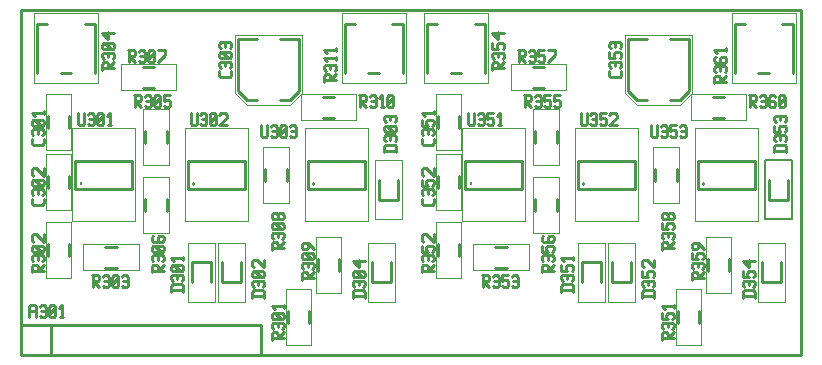
<source format=gbr>
G04 start of page 8 for group -4079 idx -4079 *
G04 Title: 26.007.01.01.01, topsilk *
G04 Creator: pcb 20100929 *
G04 CreationDate: Wed Mar 18 07:56:07 2015 UTC *
G04 For: bert *
G04 Format: Gerber/RS-274X *
G04 PCB-Dimensions: 260000 115000 *
G04 PCB-Coordinate-Origin: lower left *
%MOIN*%
%FSLAX25Y25*%
%LNFRONTSILK*%
%ADD11C,0.0100*%
%ADD32C,0.0000*%
%ADD33C,0.0050*%
G54D11*X0Y0D02*X260000D01*
Y115000D01*
X0D01*
Y0D01*
X230532Y78957D02*X234468D01*
X230532Y86043D02*X234468D01*
G54D32*X223226Y78207D02*X241774D01*
X223226Y86793D02*X241774D01*
Y78207D01*
X223226Y86793D02*Y78207D01*
G54D11*X202342Y105158D02*X208626D01*
X202342D02*Y87842D01*
X205342Y84842D01*
X208626D01*
X216374Y105158D02*X222658D01*
Y87842D01*
X219658Y84842D01*
X216374D02*X219658D01*
G54D32*X201342Y106658D02*X223658D01*
X205342Y83342D02*X219658D01*
X223658Y106658D02*Y87342D01*
X219658Y83342D01*
X201342Y106658D02*Y87342D01*
X205342Y83342D01*
G54D11*X237855Y110374D02*Y93839D01*
X257145Y110374D02*Y93839D01*
X237855Y110374D02*X241300D01*
X257145D02*X253700D01*
X249300Y93839D02*X245700D01*
G54D32*X236855Y113767D02*Y90733D01*
X258145Y113767D02*Y90733D01*
X236855Y113767D02*X258145D01*
Y90733D02*X236855D01*
G54D11*X186851Y30846D02*Y24154D01*
X193149Y30846D02*Y24154D01*
X186851Y30846D02*X193149D01*
G54D32*X185473Y37342D02*X194527D01*
X185473Y17658D02*X194527D01*
Y37342D02*Y17658D01*
X185473Y37342D02*Y17658D01*
G54D11*X203149Y30846D02*Y24154D01*
X196851Y30846D02*Y24154D01*
X203149D01*
G54D32*X195473Y17658D02*X204527D01*
X195473Y37342D02*X204527D01*
X195473D02*Y17658D01*
X204527Y37342D02*Y17658D01*
G54D11*X253149Y30846D02*Y24154D01*
X246851Y30846D02*Y24154D01*
X253149D01*
G54D32*X245473Y17658D02*X254527D01*
X245473Y37342D02*X254527D01*
X245473D02*Y17658D01*
X254527Y37342D02*Y17658D01*
G54D11*X255649Y58346D02*Y51654D01*
X249351Y58346D02*Y51654D01*
X255649D01*
G54D33*X247973Y45158D02*X257027D01*
X247973Y64842D02*X257027D01*
X247973D02*Y45158D01*
X257027Y64842D02*Y45158D01*
G54D11*X228957Y31968D02*Y28032D01*
X236043Y31968D02*Y28032D01*
G54D32*X228207Y39274D02*Y20726D01*
X236793Y39274D02*Y20726D01*
X228207D02*X236793D01*
X228207Y39274D02*X236793D01*
G54D11*X225500Y55276D02*X244500D01*
Y64724D02*Y55276D01*
X225500Y64724D02*X244500D01*
X225500D02*Y55276D01*
G54D32*X224500Y44500D02*X245500D01*
Y75500D02*Y44500D01*
X224500Y75500D02*X245500D01*
X224500D02*Y44500D01*
G54D11*X227500Y56900D02*G75*G03X227500Y56900I0J100D01*G01*
X218957Y14468D02*Y10532D01*
X226043Y14468D02*Y10532D01*
G54D32*X218207Y21774D02*Y3226D01*
X226793Y21774D02*Y3226D01*
X218207D02*X226793D01*
X218207Y21774D02*X226793D01*
G54D11*X211457Y61968D02*Y58032D01*
X218543Y61968D02*Y58032D01*
G54D32*X210707Y69274D02*Y50726D01*
X219293Y69274D02*Y50726D01*
X210707D02*X219293D01*
X210707Y69274D02*X219293D01*
G54D11*X185500Y55276D02*X204500D01*
Y64724D02*Y55276D01*
X185500Y64724D02*X204500D01*
X185500D02*Y55276D01*
G54D32*X184500Y44500D02*X205500D01*
Y75500D02*Y44500D01*
X184500Y75500D02*X205500D01*
X184500D02*Y44500D01*
G54D11*X187500Y56900D02*G75*G03X187500Y56900I0J100D01*G01*
X8957Y36968D02*Y33032D01*
X16043Y36968D02*Y33032D01*
G54D32*X8207Y44274D02*Y25726D01*
X16793Y44274D02*Y25726D01*
X8207D02*X16793D01*
X8207Y44274D02*X16793D01*
G54D11*X28032Y36043D02*X31968D01*
X28032Y28957D02*X31968D01*
G54D32*X20726Y36793D02*X39274D01*
X20726Y28207D02*X39274D01*
X20726D02*Y36793D01*
X39274Y28207D02*Y36793D01*
G54D11*X80000Y10000D02*Y0D01*
X0Y10000D02*X80000D01*
X0Y0D02*X80000D01*
X10000Y10000D02*Y0D01*
X0Y10000D02*Y0D01*
X88957Y14468D02*Y10532D01*
X96043Y14468D02*Y10532D01*
G54D32*X88207Y21774D02*Y3226D01*
X96793Y21774D02*Y3226D01*
X88207D02*X96793D01*
X88207Y21774D02*X96793D01*
G54D11*X8957Y79468D02*Y75532D01*
X16043Y79468D02*Y75532D01*
G54D32*X8207Y86774D02*Y68226D01*
X16793Y86774D02*Y68226D01*
X8207D02*X16793D01*
X8207Y86774D02*X16793D01*
G54D11*X18000Y55276D02*X37000D01*
Y64724D02*Y55276D01*
X18000Y64724D02*X37000D01*
X18000D02*Y55276D01*
G54D32*X17000Y44500D02*X38000D01*
Y75500D02*Y44500D01*
X17000Y75500D02*X38000D01*
X17000D02*Y44500D01*
G54D11*X20000Y56900D02*G75*G03X20000Y56900I0J100D01*G01*
X16043Y59468D02*Y55532D01*
X8957Y59468D02*Y55532D01*
G54D32*X16793Y66774D02*Y48226D01*
X8207Y66774D02*Y48226D01*
Y66774D02*X16793D01*
X8207Y48226D02*X16793D01*
G54D11*X5355Y110374D02*Y93839D01*
X24645Y110374D02*Y93839D01*
X5355Y110374D02*X8800D01*
X24645D02*X21200D01*
X16800Y93839D02*X13200D01*
G54D32*X4355Y113767D02*Y90733D01*
X25645Y113767D02*Y90733D01*
X4355Y113767D02*X25645D01*
Y90733D02*X4355D01*
G54D11*X55500Y55276D02*X74500D01*
Y64724D02*Y55276D01*
X55500Y64724D02*X74500D01*
X55500D02*Y55276D01*
G54D32*X54500Y44500D02*X75500D01*
Y75500D02*Y44500D01*
X54500Y75500D02*X75500D01*
X54500D02*Y44500D01*
G54D11*X57500Y56900D02*G75*G03X57500Y56900I0J100D01*G01*
X73149Y30846D02*Y24154D01*
X66851Y30846D02*Y24154D01*
X73149D01*
G54D32*X65473Y17658D02*X74527D01*
X65473Y37342D02*X74527D01*
X65473D02*Y17658D01*
X74527Y37342D02*Y17658D01*
G54D11*X56851Y30846D02*Y24154D01*
X63149Y30846D02*Y24154D01*
X56851Y30846D02*X63149D01*
G54D32*X55473Y37342D02*X64527D01*
X55473Y17658D02*X64527D01*
Y37342D02*Y17658D01*
X55473Y37342D02*Y17658D01*
G54D11*X41457Y74468D02*Y70532D01*
X48543Y74468D02*Y70532D01*
G54D32*X40707Y81774D02*Y63226D01*
X49293Y81774D02*Y63226D01*
X40707D02*X49293D01*
X40707Y81774D02*X49293D01*
G54D11*X41457Y51968D02*Y48032D01*
X48543Y51968D02*Y48032D01*
G54D32*X40707Y59274D02*Y40726D01*
X49293Y59274D02*Y40726D01*
X40707D02*X49293D01*
X40707Y59274D02*X49293D01*
G54D11*X138957Y79468D02*Y75532D01*
X146043Y79468D02*Y75532D01*
G54D32*X138207Y86774D02*Y68226D01*
X146793Y86774D02*Y68226D01*
X138207D02*X146793D01*
X138207Y86774D02*X146793D01*
G54D11*X138957Y36968D02*Y33032D01*
X146043Y36968D02*Y33032D01*
G54D32*X138207Y44274D02*Y25726D01*
X146793Y44274D02*Y25726D01*
X138207D02*X146793D01*
X138207Y44274D02*X146793D01*
G54D11*X123149Y30846D02*Y24154D01*
X116851Y30846D02*Y24154D01*
X123149D01*
G54D32*X115473Y17658D02*X124527D01*
X115473Y37342D02*X124527D01*
X115473D02*Y17658D01*
X124527Y37342D02*Y17658D01*
G54D11*X98957Y31968D02*Y28032D01*
X106043Y31968D02*Y28032D01*
G54D32*X98207Y39274D02*Y20726D01*
X106793Y39274D02*Y20726D01*
X98207D02*X106793D01*
X98207Y39274D02*X106793D01*
G54D11*X158032Y36043D02*X161968D01*
X158032Y28957D02*X161968D01*
G54D32*X150726Y36793D02*X169274D01*
X150726Y28207D02*X169274D01*
X150726D02*Y36793D01*
X169274Y28207D02*Y36793D01*
G54D11*X40532Y96043D02*X44468D01*
X40532Y88957D02*X44468D01*
G54D32*X33226Y96793D02*X51774D01*
X33226Y88207D02*X51774D01*
X33226D02*Y96793D01*
X51774Y88207D02*Y96793D01*
G54D11*X135355Y110374D02*Y93839D01*
X154645Y110374D02*Y93839D01*
X135355Y110374D02*X138800D01*
X154645D02*X151200D01*
X146800Y93839D02*X143200D01*
G54D32*X134355Y113767D02*Y90733D01*
X155645Y113767D02*Y90733D01*
X134355Y113767D02*X155645D01*
Y90733D02*X134355D01*
G54D11*X72342Y105158D02*X78626D01*
X72342D02*Y87842D01*
X75342Y84842D01*
X78626D01*
X86374Y105158D02*X92658D01*
Y87842D01*
X89658Y84842D01*
X86374D02*X89658D01*
G54D32*X71342Y106658D02*X93658D01*
X75342Y83342D02*X89658D01*
X93658Y106658D02*Y87342D01*
X89658Y83342D01*
X71342Y106658D02*Y87342D01*
X75342Y83342D01*
G54D11*X107855Y110374D02*Y93839D01*
X127145Y110374D02*Y93839D01*
X107855Y110374D02*X111300D01*
X127145D02*X123700D01*
X119300Y93839D02*X115700D01*
G54D32*X106855Y113767D02*Y90733D01*
X128145Y113767D02*Y90733D01*
X106855Y113767D02*X128145D01*
Y90733D02*X106855D01*
G54D11*X100532Y78957D02*X104468D01*
X100532Y86043D02*X104468D01*
G54D32*X93226Y78207D02*X111774D01*
X93226Y86793D02*X111774D01*
Y78207D01*
X93226Y86793D02*Y78207D01*
G54D11*X170532Y96043D02*X174468D01*
X170532Y88957D02*X174468D01*
G54D32*X163226Y96793D02*X181774D01*
X163226Y88207D02*X181774D01*
X163226D02*Y96793D01*
X181774Y88207D02*Y96793D01*
G54D11*X171457Y74468D02*Y70532D01*
X178543Y74468D02*Y70532D01*
G54D32*X170707Y81774D02*Y63226D01*
X179293Y81774D02*Y63226D01*
X170707D02*X179293D01*
X170707Y81774D02*X179293D01*
G54D11*X81457Y61968D02*Y58032D01*
X88543Y61968D02*Y58032D01*
G54D32*X80707Y69274D02*Y50726D01*
X89293Y69274D02*Y50726D01*
X80707D02*X89293D01*
X80707Y69274D02*X89293D01*
G54D11*X125649Y58346D02*Y51654D01*
X119351Y58346D02*Y51654D01*
X125649D01*
G54D32*X117973Y45158D02*X127027D01*
X117973Y64842D02*X127027D01*
X117973D02*Y45158D01*
X127027Y64842D02*Y45158D01*
G54D11*X146043Y59468D02*Y55532D01*
X138957Y59468D02*Y55532D01*
G54D32*X146793Y66774D02*Y48226D01*
X138207Y66774D02*Y48226D01*
Y66774D02*X146793D01*
X138207Y48226D02*X146793D01*
G54D11*X148000Y55276D02*X167000D01*
Y64724D02*Y55276D01*
X148000Y64724D02*X167000D01*
X148000D02*Y55276D01*
G54D32*X147000Y44500D02*X168000D01*
Y75500D02*Y44500D01*
X147000Y75500D02*X168000D01*
X147000D02*Y44500D01*
G54D11*X150000Y56900D02*G75*G03X150000Y56900I0J100D01*G01*
X171457Y51968D02*Y48032D01*
X178543Y51968D02*Y48032D01*
G54D32*X170707Y59274D02*Y40726D01*
X179293Y59274D02*Y40726D01*
X170707D02*X179293D01*
X170707Y59274D02*X179293D01*
G54D11*X95500Y55276D02*X114500D01*
Y64724D02*Y55276D01*
X95500Y64724D02*X114500D01*
X95500D02*Y55276D01*
G54D32*X94500Y44500D02*X115500D01*
Y75500D02*Y44500D01*
X94500Y75500D02*X115500D01*
X94500D02*Y44500D01*
G54D11*X97500Y56900D02*G75*G03X97500Y56900I0J100D01*G01*
X242500Y86500D02*X244500D01*
X245000Y86000D01*
Y85000D01*
X244500Y84500D02*X245000Y85000D01*
X243000Y84500D02*X244500D01*
X243000Y86500D02*Y82500D01*
Y84500D02*X245000Y82500D01*
X246201Y86000D02*X246701Y86500D01*
X247701D01*
X248201Y86000D01*
Y83000D01*
X247701Y82500D02*X248201Y83000D01*
X246701Y82500D02*X247701D01*
X246201Y83000D02*X246701Y82500D01*
Y84500D02*X248201D01*
X250902Y86500D02*X251402Y86000D01*
X249902Y86500D02*X250902D01*
X249402Y86000D02*X249902Y86500D01*
X249402Y86000D02*Y83000D01*
X249902Y82500D01*
X250902Y84500D02*X251402Y84000D01*
X249402Y84500D02*X250902D01*
X249902Y82500D02*X250902D01*
X251402Y83000D01*
Y84000D02*Y83000D01*
X252603D02*X253103Y82500D01*
X252603Y86000D02*Y83000D01*
Y86000D02*X253103Y86500D01*
X254103D01*
X254603Y86000D01*
Y83000D01*
X254103Y82500D02*X254603Y83000D01*
X253103Y82500D02*X254103D01*
X252603Y83500D02*X254603Y85500D01*
X231000Y92500D02*Y90500D01*
Y92500D02*X231500Y93000D01*
X232500D01*
X233000Y92500D02*X232500Y93000D01*
X233000Y92500D02*Y91000D01*
X231000D02*X235000D01*
X233000D02*X235000Y93000D01*
X231500Y94201D02*X231000Y94701D01*
Y95701D02*Y94701D01*
Y95701D02*X231500Y96201D01*
X234500D01*
X235000Y95701D02*X234500Y96201D01*
X235000Y95701D02*Y94701D01*
X234500Y94201D02*X235000Y94701D01*
X233000Y96201D02*Y94701D01*
X231000Y98902D02*X231500Y99402D01*
X231000Y98902D02*Y97902D01*
X231500Y97402D02*X231000Y97902D01*
X231500Y97402D02*X234500D01*
X235000Y97902D01*
X233000Y98902D02*X233500Y99402D01*
X233000Y98902D02*Y97402D01*
X235000Y98902D02*Y97902D01*
Y98902D02*X234500Y99402D01*
X233500D02*X234500D01*
X235000Y102103D02*Y101103D01*
X231000Y101603D02*X235000D01*
X232000Y100603D02*X231000Y101603D01*
X207000Y19500D02*X211000D01*
X207000Y21000D02*X207500Y21500D01*
X210500D01*
X211000Y21000D02*X210500Y21500D01*
X211000Y21000D02*Y19000D01*
X207000Y21000D02*Y19000D01*
X207500Y22701D02*X207000Y23201D01*
Y24201D02*Y23201D01*
Y24201D02*X207500Y24701D01*
X210500D01*
X211000Y24201D02*X210500Y24701D01*
X211000Y24201D02*Y23201D01*
X210500Y22701D02*X211000Y23201D01*
X209000Y24701D02*Y23201D01*
X207000Y27902D02*Y25902D01*
X209000D01*
X208500Y26402D01*
Y27402D02*Y26402D01*
Y27402D02*X209000Y27902D01*
X210500D01*
X211000Y27402D02*X210500Y27902D01*
X211000Y27402D02*Y26402D01*
X210500Y25902D02*X211000Y26402D01*
X207500Y29103D02*X207000Y29603D01*
Y31103D02*Y29603D01*
Y31103D02*X207500Y31603D01*
X208500D01*
X211000Y29103D02*X208500Y31603D01*
X211000D02*Y29103D01*
X240500Y19500D02*X244500D01*
X240500Y21000D02*X241000Y21500D01*
X244000D01*
X244500Y21000D02*X244000Y21500D01*
X244500Y21000D02*Y19000D01*
X240500Y21000D02*Y19000D01*
X241000Y22701D02*X240500Y23201D01*
Y24201D02*Y23201D01*
Y24201D02*X241000Y24701D01*
X244000D01*
X244500Y24201D02*X244000Y24701D01*
X244500Y24201D02*Y23201D01*
X244000Y22701D02*X244500Y23201D01*
X242500Y24701D02*Y23201D01*
X240500Y27902D02*Y25902D01*
X242500D01*
X242000Y26402D01*
Y27402D02*Y26402D01*
Y27402D02*X242500Y27902D01*
X244000D01*
X244500Y27402D02*X244000Y27902D01*
X244500Y27402D02*Y26402D01*
X244000Y25902D02*X244500Y26402D01*
X242500Y29103D02*X240500Y31103D01*
X242500Y31603D02*Y29103D01*
X240500Y31103D02*X244500D01*
X223500Y27000D02*Y25000D01*
Y27000D02*X224000Y27500D01*
X225000D01*
X225500Y27000D02*X225000Y27500D01*
X225500Y27000D02*Y25500D01*
X223500D02*X227500D01*
X225500D02*X227500Y27500D01*
X224000Y28701D02*X223500Y29201D01*
Y30201D02*Y29201D01*
Y30201D02*X224000Y30701D01*
X227000D01*
X227500Y30201D02*X227000Y30701D01*
X227500Y30201D02*Y29201D01*
X227000Y28701D02*X227500Y29201D01*
X225500Y30701D02*Y29201D01*
X223500Y33902D02*Y31902D01*
X225500D01*
X225000Y32402D01*
Y33402D02*Y32402D01*
Y33402D02*X225500Y33902D01*
X227000D01*
X227500Y33402D02*X227000Y33902D01*
X227500Y33402D02*Y32402D01*
X227000Y31902D02*X227500Y32402D01*
Y35103D02*X225500Y37103D01*
X224000D02*X225500D01*
X223500Y36603D02*X224000Y37103D01*
X223500Y36603D02*Y35603D01*
X224000Y35103D02*X223500Y35603D01*
X224000Y35103D02*X225000D01*
X225500Y35603D01*
Y37103D02*Y35603D01*
X213500Y7000D02*Y5000D01*
Y7000D02*X214000Y7500D01*
X215000D01*
X215500Y7000D02*X215000Y7500D01*
X215500Y7000D02*Y5500D01*
X213500D02*X217500D01*
X215500D02*X217500Y7500D01*
X214000Y8701D02*X213500Y9201D01*
Y10201D02*Y9201D01*
Y10201D02*X214000Y10701D01*
X217000D01*
X217500Y10201D02*X217000Y10701D01*
X217500Y10201D02*Y9201D01*
X217000Y8701D02*X217500Y9201D01*
X215500Y10701D02*Y9201D01*
X213500Y13902D02*Y11902D01*
X215500D01*
X215000Y12402D01*
Y13402D02*Y12402D01*
Y13402D02*X215500Y13902D01*
X217000D01*
X217500Y13402D02*X217000Y13902D01*
X217500Y13402D02*Y12402D01*
X217000Y11902D02*X217500Y12402D01*
Y16603D02*Y15603D01*
X213500Y16103D02*X217500D01*
X214500Y15103D02*X213500Y16103D01*
Y37000D02*Y35000D01*
Y37000D02*X214000Y37500D01*
X215000D01*
X215500Y37000D02*X215000Y37500D01*
X215500Y37000D02*Y35500D01*
X213500D02*X217500D01*
X215500D02*X217500Y37500D01*
X214000Y38701D02*X213500Y39201D01*
Y40201D02*Y39201D01*
Y40201D02*X214000Y40701D01*
X217000D01*
X217500Y40201D02*X217000Y40701D01*
X217500Y40201D02*Y39201D01*
X217000Y38701D02*X217500Y39201D01*
X215500Y40701D02*Y39201D01*
X213500Y43902D02*Y41902D01*
X215500D01*
X215000Y42402D01*
Y43402D02*Y42402D01*
Y43402D02*X215500Y43902D01*
X217000D01*
X217500Y43402D02*X217000Y43902D01*
X217500Y43402D02*Y42402D01*
X217000Y41902D02*X217500Y42402D01*
X217000Y45103D02*X217500Y45603D01*
X216000Y45103D02*X217000D01*
X216000D02*X215500Y45603D01*
Y46603D02*Y45603D01*
Y46603D02*X216000Y47103D01*
X217000D01*
X217500Y46603D02*X217000Y47103D01*
X217500Y46603D02*Y45603D01*
X215000Y45103D02*X215500Y45603D01*
X214000Y45103D02*X215000D01*
X214000D02*X213500Y45603D01*
Y46603D02*Y45603D01*
Y46603D02*X214000Y47103D01*
X215000D01*
X215500Y46603D02*X215000Y47103D01*
X251000Y68000D02*X255000D01*
X251000Y69500D02*X251500Y70000D01*
X254500D01*
X255000Y69500D02*X254500Y70000D01*
X255000Y69500D02*Y67500D01*
X251000Y69500D02*Y67500D01*
X251500Y71201D02*X251000Y71701D01*
Y72701D02*Y71701D01*
Y72701D02*X251500Y73201D01*
X254500D01*
X255000Y72701D02*X254500Y73201D01*
X255000Y72701D02*Y71701D01*
X254500Y71201D02*X255000Y71701D01*
X253000Y73201D02*Y71701D01*
X251000Y76402D02*Y74402D01*
X253000D01*
X252500Y74902D01*
Y75902D02*Y74902D01*
Y75902D02*X253000Y76402D01*
X254500D01*
X255000Y75902D02*X254500Y76402D01*
X255000Y75902D02*Y74902D01*
X254500Y74402D02*X255000Y74902D01*
X251500Y77603D02*X251000Y78103D01*
Y79103D02*Y78103D01*
Y79103D02*X251500Y79603D01*
X254500D01*
X255000Y79103D02*X254500Y79603D01*
X255000Y79103D02*Y78103D01*
X254500Y77603D02*X255000Y78103D01*
X253000Y79603D02*Y78103D01*
X210000Y76500D02*Y73000D01*
X210500Y72500D01*
X211500D01*
X212000Y73000D01*
Y76500D02*Y73000D01*
X213201Y76000D02*X213701Y76500D01*
X214701D01*
X215201Y76000D01*
Y73000D01*
X214701Y72500D02*X215201Y73000D01*
X213701Y72500D02*X214701D01*
X213201Y73000D02*X213701Y72500D01*
Y74500D02*X215201D01*
X216402Y76500D02*X218402D01*
X216402D02*Y74500D01*
X216902Y75000D01*
X217902D01*
X218402Y74500D01*
Y73000D01*
X217902Y72500D02*X218402Y73000D01*
X216902Y72500D02*X217902D01*
X216402Y73000D02*X216902Y72500D01*
X219603Y76000D02*X220103Y76500D01*
X221103D01*
X221603Y76000D01*
Y73000D01*
X221103Y72500D02*X221603Y73000D01*
X220103Y72500D02*X221103D01*
X219603Y73000D02*X220103Y72500D01*
Y74500D02*X221603D01*
X3500Y29500D02*Y27500D01*
Y29500D02*X4000Y30000D01*
X5000D01*
X5500Y29500D02*X5000Y30000D01*
X5500Y29500D02*Y28000D01*
X3500D02*X7500D01*
X5500D02*X7500Y30000D01*
X4000Y31201D02*X3500Y31701D01*
Y32701D02*Y31701D01*
Y32701D02*X4000Y33201D01*
X7000D01*
X7500Y32701D02*X7000Y33201D01*
X7500Y32701D02*Y31701D01*
X7000Y31201D02*X7500Y31701D01*
X5500Y33201D02*Y31701D01*
X7000Y34402D02*X7500Y34902D01*
X4000Y34402D02*X7000D01*
X4000D02*X3500Y34902D01*
Y35902D02*Y34902D01*
Y35902D02*X4000Y36402D01*
X7000D01*
X7500Y35902D02*X7000Y36402D01*
X7500Y35902D02*Y34902D01*
X6500Y34402D02*X4500Y36402D01*
X4000Y37603D02*X3500Y38103D01*
Y39603D02*Y38103D01*
Y39603D02*X4000Y40103D01*
X5000D01*
X7500Y37603D02*X5000Y40103D01*
X7500D02*Y37603D01*
X2500Y16000D02*Y12500D01*
Y16000D02*X3000Y16500D01*
X4500D01*
X5000Y16000D01*
Y12500D01*
X2500Y14500D02*X5000D01*
X6201Y16000D02*X6701Y16500D01*
X7701D01*
X8201Y16000D01*
Y13000D01*
X7701Y12500D02*X8201Y13000D01*
X6701Y12500D02*X7701D01*
X6201Y13000D02*X6701Y12500D01*
Y14500D02*X8201D01*
X9402Y13000D02*X9902Y12500D01*
X9402Y16000D02*Y13000D01*
Y16000D02*X9902Y16500D01*
X10902D01*
X11402Y16000D01*
Y13000D01*
X10902Y12500D02*X11402Y13000D01*
X9902Y12500D02*X10902D01*
X9402Y13500D02*X11402Y15500D01*
X13103Y12500D02*X14103D01*
X13603Y16500D02*Y12500D01*
X12603Y15500D02*X13603Y16500D01*
X7500Y52000D02*Y50500D01*
X7000Y50000D02*X7500Y50500D01*
X4000Y50000D02*X7000D01*
X4000D02*X3500Y50500D01*
Y52000D02*Y50500D01*
X4000Y53201D02*X3500Y53701D01*
Y54701D02*Y53701D01*
Y54701D02*X4000Y55201D01*
X7000D01*
X7500Y54701D02*X7000Y55201D01*
X7500Y54701D02*Y53701D01*
X7000Y53201D02*X7500Y53701D01*
X5500Y55201D02*Y53701D01*
X7000Y56402D02*X7500Y56902D01*
X4000Y56402D02*X7000D01*
X4000D02*X3500Y56902D01*
Y57902D02*Y56902D01*
Y57902D02*X4000Y58402D01*
X7000D01*
X7500Y57902D02*X7000Y58402D01*
X7500Y57902D02*Y56902D01*
X6500Y56402D02*X4500Y58402D01*
X4000Y59603D02*X3500Y60103D01*
Y61603D02*Y60103D01*
Y61603D02*X4000Y62103D01*
X5000D01*
X7500Y59603D02*X5000Y62103D01*
X7500D02*Y59603D01*
X23500Y26500D02*X25500D01*
X26000Y26000D01*
Y25000D01*
X25500Y24500D02*X26000Y25000D01*
X24000Y24500D02*X25500D01*
X24000Y26500D02*Y22500D01*
Y24500D02*X26000Y22500D01*
X27201Y26000D02*X27701Y26500D01*
X28701D01*
X29201Y26000D01*
Y23000D01*
X28701Y22500D02*X29201Y23000D01*
X27701Y22500D02*X28701D01*
X27201Y23000D02*X27701Y22500D01*
Y24500D02*X29201D01*
X30402Y23000D02*X30902Y22500D01*
X30402Y26000D02*Y23000D01*
Y26000D02*X30902Y26500D01*
X31902D01*
X32402Y26000D01*
Y23000D01*
X31902Y22500D02*X32402Y23000D01*
X30902Y22500D02*X31902D01*
X30402Y23500D02*X32402Y25500D01*
X33603Y26000D02*X34103Y26500D01*
X35103D01*
X35603Y26000D01*
Y23000D01*
X35103Y22500D02*X35603Y23000D01*
X34103Y22500D02*X35103D01*
X33603Y23000D02*X34103Y22500D01*
Y24500D02*X35603D01*
X43500Y29500D02*Y27500D01*
Y29500D02*X44000Y30000D01*
X45000D01*
X45500Y29500D02*X45000Y30000D01*
X45500Y29500D02*Y28000D01*
X43500D02*X47500D01*
X45500D02*X47500Y30000D01*
X44000Y31201D02*X43500Y31701D01*
Y32701D02*Y31701D01*
Y32701D02*X44000Y33201D01*
X47000D01*
X47500Y32701D02*X47000Y33201D01*
X47500Y32701D02*Y31701D01*
X47000Y31201D02*X47500Y31701D01*
X45500Y33201D02*Y31701D01*
X47000Y34402D02*X47500Y34902D01*
X44000Y34402D02*X47000D01*
X44000D02*X43500Y34902D01*
Y35902D02*Y34902D01*
Y35902D02*X44000Y36402D01*
X47000D01*
X47500Y35902D02*X47000Y36402D01*
X47500Y35902D02*Y34902D01*
X46500Y34402D02*X44500Y36402D01*
X43500Y39103D02*X44000Y39603D01*
X43500Y39103D02*Y38103D01*
X44000Y37603D02*X43500Y38103D01*
X44000Y37603D02*X47000D01*
X47500Y38103D01*
X45500Y39103D02*X46000Y39603D01*
X45500Y39103D02*Y37603D01*
X47500Y39103D02*Y38103D01*
Y39103D02*X47000Y39603D01*
X46000D02*X47000D01*
X49995Y21516D02*X53995D01*
X49995Y23016D02*X50495Y23516D01*
X53495D01*
X53995Y23016D02*X53495Y23516D01*
X53995Y23016D02*Y21016D01*
X49995Y23016D02*Y21016D01*
X50495Y24717D02*X49995Y25217D01*
Y26217D02*Y25217D01*
Y26217D02*X50495Y26717D01*
X53495D01*
X53995Y26217D02*X53495Y26717D01*
X53995Y26217D02*Y25217D01*
X53495Y24717D02*X53995Y25217D01*
X51995Y26717D02*Y25217D01*
X53495Y27918D02*X53995Y28418D01*
X50495Y27918D02*X53495D01*
X50495D02*X49995Y28418D01*
Y29418D02*Y28418D01*
Y29418D02*X50495Y29918D01*
X53495D01*
X53995Y29418D02*X53495Y29918D01*
X53995Y29418D02*Y28418D01*
X52995Y27918D02*X50995Y29918D01*
X53995Y32619D02*Y31619D01*
X49995Y32119D02*X53995D01*
X50995Y31119D02*X49995Y32119D01*
X93500Y27000D02*Y25000D01*
Y27000D02*X94000Y27500D01*
X95000D01*
X95500Y27000D02*X95000Y27500D01*
X95500Y27000D02*Y25500D01*
X93500D02*X97500D01*
X95500D02*X97500Y27500D01*
X94000Y28701D02*X93500Y29201D01*
Y30201D02*Y29201D01*
Y30201D02*X94000Y30701D01*
X97000D01*
X97500Y30201D02*X97000Y30701D01*
X97500Y30201D02*Y29201D01*
X97000Y28701D02*X97500Y29201D01*
X95500Y30701D02*Y29201D01*
X97000Y31902D02*X97500Y32402D01*
X94000Y31902D02*X97000D01*
X94000D02*X93500Y32402D01*
Y33402D02*Y32402D01*
Y33402D02*X94000Y33902D01*
X97000D01*
X97500Y33402D02*X97000Y33902D01*
X97500Y33402D02*Y32402D01*
X96500Y31902D02*X94500Y33902D01*
X97500Y35103D02*X95500Y37103D01*
X94000D02*X95500D01*
X93500Y36603D02*X94000Y37103D01*
X93500Y36603D02*Y35603D01*
X94000Y35103D02*X93500Y35603D01*
X94000Y35103D02*X95000D01*
X95500Y35603D01*
Y37103D02*Y35603D01*
X83500Y37000D02*Y35000D01*
Y37000D02*X84000Y37500D01*
X85000D01*
X85500Y37000D02*X85000Y37500D01*
X85500Y37000D02*Y35500D01*
X83500D02*X87500D01*
X85500D02*X87500Y37500D01*
X84000Y38701D02*X83500Y39201D01*
Y40201D02*Y39201D01*
Y40201D02*X84000Y40701D01*
X87000D01*
X87500Y40201D02*X87000Y40701D01*
X87500Y40201D02*Y39201D01*
X87000Y38701D02*X87500Y39201D01*
X85500Y40701D02*Y39201D01*
X87000Y41902D02*X87500Y42402D01*
X84000Y41902D02*X87000D01*
X84000D02*X83500Y42402D01*
Y43402D02*Y42402D01*
Y43402D02*X84000Y43902D01*
X87000D01*
X87500Y43402D02*X87000Y43902D01*
X87500Y43402D02*Y42402D01*
X86500Y41902D02*X84500Y43902D01*
X87000Y45103D02*X87500Y45603D01*
X86000Y45103D02*X87000D01*
X86000D02*X85500Y45603D01*
Y46603D02*Y45603D01*
Y46603D02*X86000Y47103D01*
X87000D01*
X87500Y46603D02*X87000Y47103D01*
X87500Y46603D02*Y45603D01*
X85000Y45103D02*X85500Y45603D01*
X84000Y45103D02*X85000D01*
X84000D02*X83500Y45603D01*
Y46603D02*Y45603D01*
Y46603D02*X84000Y47103D01*
X85000D01*
X85500Y46603D02*X85000Y47103D01*
X83500Y7000D02*Y5000D01*
Y7000D02*X84000Y7500D01*
X85000D01*
X85500Y7000D02*X85000Y7500D01*
X85500Y7000D02*Y5500D01*
X83500D02*X87500D01*
X85500D02*X87500Y7500D01*
X84000Y8701D02*X83500Y9201D01*
Y10201D02*Y9201D01*
Y10201D02*X84000Y10701D01*
X87000D01*
X87500Y10201D02*X87000Y10701D01*
X87500Y10201D02*Y9201D01*
X87000Y8701D02*X87500Y9201D01*
X85500Y10701D02*Y9201D01*
X87000Y11902D02*X87500Y12402D01*
X84000Y11902D02*X87000D01*
X84000D02*X83500Y12402D01*
Y13402D02*Y12402D01*
Y13402D02*X84000Y13902D01*
X87000D01*
X87500Y13402D02*X87000Y13902D01*
X87500Y13402D02*Y12402D01*
X86500Y11902D02*X84500Y13902D01*
X87500Y16603D02*Y15603D01*
X83500Y16103D02*X87500D01*
X84500Y15103D02*X83500Y16103D01*
X77000Y19500D02*X81000D01*
X77000Y21000D02*X77500Y21500D01*
X80500D01*
X81000Y21000D02*X80500Y21500D01*
X81000Y21000D02*Y19000D01*
X77000Y21000D02*Y19000D01*
X77500Y22701D02*X77000Y23201D01*
Y24201D02*Y23201D01*
Y24201D02*X77500Y24701D01*
X80500D01*
X81000Y24201D02*X80500Y24701D01*
X81000Y24201D02*Y23201D01*
X80500Y22701D02*X81000Y23201D01*
X79000Y24701D02*Y23201D01*
X80500Y25902D02*X81000Y26402D01*
X77500Y25902D02*X80500D01*
X77500D02*X77000Y26402D01*
Y27402D02*Y26402D01*
Y27402D02*X77500Y27902D01*
X80500D01*
X81000Y27402D02*X80500Y27902D01*
X81000Y27402D02*Y26402D01*
X80000Y25902D02*X78000Y27902D01*
X77500Y29103D02*X77000Y29603D01*
Y31103D02*Y29603D01*
Y31103D02*X77500Y31603D01*
X78500D01*
X81000Y29103D02*X78500Y31603D01*
X81000D02*Y29103D01*
X153500Y26500D02*X155500D01*
X156000Y26000D01*
Y25000D01*
X155500Y24500D02*X156000Y25000D01*
X154000Y24500D02*X155500D01*
X154000Y26500D02*Y22500D01*
Y24500D02*X156000Y22500D01*
X157201Y26000D02*X157701Y26500D01*
X158701D01*
X159201Y26000D01*
Y23000D01*
X158701Y22500D02*X159201Y23000D01*
X157701Y22500D02*X158701D01*
X157201Y23000D02*X157701Y22500D01*
Y24500D02*X159201D01*
X160402Y26500D02*X162402D01*
X160402D02*Y24500D01*
X160902Y25000D01*
X161902D01*
X162402Y24500D01*
Y23000D01*
X161902Y22500D02*X162402Y23000D01*
X160902Y22500D02*X161902D01*
X160402Y23000D02*X160902Y22500D01*
X163603Y26000D02*X164103Y26500D01*
X165103D01*
X165603Y26000D01*
Y23000D01*
X165103Y22500D02*X165603Y23000D01*
X164103Y22500D02*X165103D01*
X163603Y23000D02*X164103Y22500D01*
Y24500D02*X165603D01*
X200000Y94500D02*Y93000D01*
X199500Y92500D02*X200000Y93000D01*
X196500Y92500D02*X199500D01*
X196500D02*X196000Y93000D01*
Y94500D02*Y93000D01*
X196500Y95701D02*X196000Y96201D01*
Y97201D02*Y96201D01*
Y97201D02*X196500Y97701D01*
X199500D01*
X200000Y97201D02*X199500Y97701D01*
X200000Y97201D02*Y96201D01*
X199500Y95701D02*X200000Y96201D01*
X198000Y97701D02*Y96201D01*
X196000Y100902D02*Y98902D01*
X198000D01*
X197500Y99402D01*
Y100402D02*Y99402D01*
Y100402D02*X198000Y100902D01*
X199500D01*
X200000Y100402D02*X199500Y100902D01*
X200000Y100402D02*Y99402D01*
X199500Y98902D02*X200000Y99402D01*
X196500Y102103D02*X196000Y102603D01*
Y103603D02*Y102603D01*
Y103603D02*X196500Y104103D01*
X199500D01*
X200000Y103603D02*X199500Y104103D01*
X200000Y103603D02*Y102603D01*
X199500Y102103D02*X200000Y102603D01*
X198000Y104103D02*Y102603D01*
X157000Y97000D02*Y95000D01*
Y97000D02*X157500Y97500D01*
X158500D01*
X159000Y97000D02*X158500Y97500D01*
X159000Y97000D02*Y95500D01*
X157000D02*X161000D01*
X159000D02*X161000Y97500D01*
X157500Y98701D02*X157000Y99201D01*
Y100201D02*Y99201D01*
Y100201D02*X157500Y100701D01*
X160500D01*
X161000Y100201D02*X160500Y100701D01*
X161000Y100201D02*Y99201D01*
X160500Y98701D02*X161000Y99201D01*
X159000Y100701D02*Y99201D01*
X157000Y103902D02*Y101902D01*
X159000D01*
X158500Y102402D01*
Y103402D02*Y102402D01*
Y103402D02*X159000Y103902D01*
X160500D01*
X161000Y103402D02*X160500Y103902D01*
X161000Y103402D02*Y102402D01*
X160500Y101902D02*X161000Y102402D01*
X159000Y105103D02*X157000Y107103D01*
X159000Y107603D02*Y105103D01*
X157000Y107103D02*X161000D01*
X149000Y80500D02*Y77000D01*
X149500Y76500D01*
X150500D01*
X151000Y77000D01*
Y80500D02*Y77000D01*
X152201Y80000D02*X152701Y80500D01*
X153701D01*
X154201Y80000D01*
Y77000D01*
X153701Y76500D02*X154201Y77000D01*
X152701Y76500D02*X153701D01*
X152201Y77000D02*X152701Y76500D01*
Y78500D02*X154201D01*
X155402Y80500D02*X157402D01*
X155402D02*Y78500D01*
X155902Y79000D01*
X156902D01*
X157402Y78500D01*
Y77000D01*
X156902Y76500D02*X157402Y77000D01*
X155902Y76500D02*X156902D01*
X155402Y77000D02*X155902Y76500D01*
X159103D02*X160103D01*
X159603Y80500D02*Y76500D01*
X158603Y79500D02*X159603Y80500D01*
X165500Y101500D02*X167500D01*
X168000Y101000D01*
Y100000D01*
X167500Y99500D02*X168000Y100000D01*
X166000Y99500D02*X167500D01*
X166000Y101500D02*Y97500D01*
Y99500D02*X168000Y97500D01*
X169201Y101000D02*X169701Y101500D01*
X170701D01*
X171201Y101000D01*
Y98000D01*
X170701Y97500D02*X171201Y98000D01*
X169701Y97500D02*X170701D01*
X169201Y98000D02*X169701Y97500D01*
Y99500D02*X171201D01*
X172402Y101500D02*X174402D01*
X172402D02*Y99500D01*
X172902Y100000D01*
X173902D01*
X174402Y99500D01*
Y98000D01*
X173902Y97500D02*X174402Y98000D01*
X172902Y97500D02*X173902D01*
X172402Y98000D02*X172902Y97500D01*
X175603D02*X178103Y100000D01*
Y101500D02*Y100000D01*
X175603Y101500D02*X178103D01*
X167500Y86500D02*X169500D01*
X170000Y86000D01*
Y85000D01*
X169500Y84500D02*X170000Y85000D01*
X168000Y84500D02*X169500D01*
X168000Y86500D02*Y82500D01*
Y84500D02*X170000Y82500D01*
X171201Y86000D02*X171701Y86500D01*
X172701D01*
X173201Y86000D01*
Y83000D01*
X172701Y82500D02*X173201Y83000D01*
X171701Y82500D02*X172701D01*
X171201Y83000D02*X171701Y82500D01*
Y84500D02*X173201D01*
X174402Y86500D02*X176402D01*
X174402D02*Y84500D01*
X174902Y85000D01*
X175902D01*
X176402Y84500D01*
Y83000D01*
X175902Y82500D02*X176402Y83000D01*
X174902Y82500D02*X175902D01*
X174402Y83000D02*X174902Y82500D01*
X177603Y86500D02*X179603D01*
X177603D02*Y84500D01*
X178103Y85000D01*
X179103D01*
X179603Y84500D01*
Y83000D01*
X179103Y82500D02*X179603Y83000D01*
X178103Y82500D02*X179103D01*
X177603Y83000D02*X178103Y82500D01*
X186500Y80500D02*Y77000D01*
X187000Y76500D01*
X188000D01*
X188500Y77000D01*
Y80500D02*Y77000D01*
X189701Y80000D02*X190201Y80500D01*
X191201D01*
X191701Y80000D01*
Y77000D01*
X191201Y76500D02*X191701Y77000D01*
X190201Y76500D02*X191201D01*
X189701Y77000D02*X190201Y76500D01*
Y78500D02*X191701D01*
X192902Y80500D02*X194902D01*
X192902D02*Y78500D01*
X193402Y79000D01*
X194402D01*
X194902Y78500D01*
Y77000D01*
X194402Y76500D02*X194902Y77000D01*
X193402Y76500D02*X194402D01*
X192902Y77000D02*X193402Y76500D01*
X196103Y80000D02*X196603Y80500D01*
X198103D01*
X198603Y80000D01*
Y79000D01*
X196103Y76500D02*X198603Y79000D01*
X196103Y76500D02*X198603D01*
X37500Y86500D02*X39500D01*
X40000Y86000D01*
Y85000D01*
X39500Y84500D02*X40000Y85000D01*
X38000Y84500D02*X39500D01*
X38000Y86500D02*Y82500D01*
Y84500D02*X40000Y82500D01*
X41201Y86000D02*X41701Y86500D01*
X42701D01*
X43201Y86000D01*
Y83000D01*
X42701Y82500D02*X43201Y83000D01*
X41701Y82500D02*X42701D01*
X41201Y83000D02*X41701Y82500D01*
Y84500D02*X43201D01*
X44402Y83000D02*X44902Y82500D01*
X44402Y86000D02*Y83000D01*
Y86000D02*X44902Y86500D01*
X45902D01*
X46402Y86000D01*
Y83000D01*
X45902Y82500D02*X46402Y83000D01*
X44902Y82500D02*X45902D01*
X44402Y83500D02*X46402Y85500D01*
X47603Y86500D02*X49603D01*
X47603D02*Y84500D01*
X48103Y85000D01*
X49103D01*
X49603Y84500D01*
Y83000D01*
X49103Y82500D02*X49603Y83000D01*
X48103Y82500D02*X49103D01*
X47603Y83000D02*X48103Y82500D01*
X35500Y101500D02*X37500D01*
X38000Y101000D01*
Y100000D01*
X37500Y99500D02*X38000Y100000D01*
X36000Y99500D02*X37500D01*
X36000Y101500D02*Y97500D01*
Y99500D02*X38000Y97500D01*
X39201Y101000D02*X39701Y101500D01*
X40701D01*
X41201Y101000D01*
Y98000D01*
X40701Y97500D02*X41201Y98000D01*
X39701Y97500D02*X40701D01*
X39201Y98000D02*X39701Y97500D01*
Y99500D02*X41201D01*
X42402Y98000D02*X42902Y97500D01*
X42402Y101000D02*Y98000D01*
Y101000D02*X42902Y101500D01*
X43902D01*
X44402Y101000D01*
Y98000D01*
X43902Y97500D02*X44402Y98000D01*
X42902Y97500D02*X43902D01*
X42402Y98500D02*X44402Y100500D01*
X45603Y97500D02*X48103Y100000D01*
Y101500D02*Y100000D01*
X45603Y101500D02*X48103D01*
X19000Y80500D02*Y77000D01*
X19500Y76500D01*
X20500D01*
X21000Y77000D01*
Y80500D02*Y77000D01*
X22201Y80000D02*X22701Y80500D01*
X23701D01*
X24201Y80000D01*
Y77000D01*
X23701Y76500D02*X24201Y77000D01*
X22701Y76500D02*X23701D01*
X22201Y77000D02*X22701Y76500D01*
Y78500D02*X24201D01*
X25402Y77000D02*X25902Y76500D01*
X25402Y80000D02*Y77000D01*
Y80000D02*X25902Y80500D01*
X26902D01*
X27402Y80000D01*
Y77000D01*
X26902Y76500D02*X27402Y77000D01*
X25902Y76500D02*X26902D01*
X25402Y77500D02*X27402Y79500D01*
X29103Y76500D02*X30103D01*
X29603Y80500D02*Y76500D01*
X28603Y79500D02*X29603Y80500D01*
X70000Y94500D02*Y93000D01*
X69500Y92500D02*X70000Y93000D01*
X66500Y92500D02*X69500D01*
X66500D02*X66000Y93000D01*
Y94500D02*Y93000D01*
X66500Y95701D02*X66000Y96201D01*
Y97201D02*Y96201D01*
Y97201D02*X66500Y97701D01*
X69500D01*
X70000Y97201D02*X69500Y97701D01*
X70000Y97201D02*Y96201D01*
X69500Y95701D02*X70000Y96201D01*
X68000Y97701D02*Y96201D01*
X69500Y98902D02*X70000Y99402D01*
X66500Y98902D02*X69500D01*
X66500D02*X66000Y99402D01*
Y100402D02*Y99402D01*
Y100402D02*X66500Y100902D01*
X69500D01*
X70000Y100402D02*X69500Y100902D01*
X70000Y100402D02*Y99402D01*
X69000Y98902D02*X67000Y100902D01*
X66500Y102103D02*X66000Y102603D01*
Y103603D02*Y102603D01*
Y103603D02*X66500Y104103D01*
X69500D01*
X70000Y103603D02*X69500Y104103D01*
X70000Y103603D02*Y102603D01*
X69500Y102103D02*X70000Y102603D01*
X68000Y104103D02*Y102603D01*
X7500Y72000D02*Y70500D01*
X7000Y70000D02*X7500Y70500D01*
X4000Y70000D02*X7000D01*
X4000D02*X3500Y70500D01*
Y72000D02*Y70500D01*
X4000Y73201D02*X3500Y73701D01*
Y74701D02*Y73701D01*
Y74701D02*X4000Y75201D01*
X7000D01*
X7500Y74701D02*X7000Y75201D01*
X7500Y74701D02*Y73701D01*
X7000Y73201D02*X7500Y73701D01*
X5500Y75201D02*Y73701D01*
X7000Y76402D02*X7500Y76902D01*
X4000Y76402D02*X7000D01*
X4000D02*X3500Y76902D01*
Y77902D02*Y76902D01*
Y77902D02*X4000Y78402D01*
X7000D01*
X7500Y77902D02*X7000Y78402D01*
X7500Y77902D02*Y76902D01*
X6500Y76402D02*X4500Y78402D01*
X7500Y81103D02*Y80103D01*
X3500Y80603D02*X7500D01*
X4500Y79603D02*X3500Y80603D01*
X27000Y97000D02*Y95000D01*
Y97000D02*X27500Y97500D01*
X28500D01*
X29000Y97000D02*X28500Y97500D01*
X29000Y97000D02*Y95500D01*
X27000D02*X31000D01*
X29000D02*X31000Y97500D01*
X27500Y98701D02*X27000Y99201D01*
Y100201D02*Y99201D01*
Y100201D02*X27500Y100701D01*
X30500D01*
X31000Y100201D02*X30500Y100701D01*
X31000Y100201D02*Y99201D01*
X30500Y98701D02*X31000Y99201D01*
X29000Y100701D02*Y99201D01*
X30500Y101902D02*X31000Y102402D01*
X27500Y101902D02*X30500D01*
X27500D02*X27000Y102402D01*
Y103402D02*Y102402D01*
Y103402D02*X27500Y103902D01*
X30500D01*
X31000Y103402D02*X30500Y103902D01*
X31000Y103402D02*Y102402D01*
X30000Y101902D02*X28000Y103902D01*
X29000Y105103D02*X27000Y107103D01*
X29000Y107603D02*Y105103D01*
X27000Y107103D02*X31000D01*
X110500Y19500D02*X114500D01*
X110500Y21000D02*X111000Y21500D01*
X114000D01*
X114500Y21000D02*X114000Y21500D01*
X114500Y21000D02*Y19000D01*
X110500Y21000D02*Y19000D01*
X111000Y22701D02*X110500Y23201D01*
Y24201D02*Y23201D01*
Y24201D02*X111000Y24701D01*
X114000D01*
X114500Y24201D02*X114000Y24701D01*
X114500Y24201D02*Y23201D01*
X114000Y22701D02*X114500Y23201D01*
X112500Y24701D02*Y23201D01*
X114000Y25902D02*X114500Y26402D01*
X111000Y25902D02*X114000D01*
X111000D02*X110500Y26402D01*
Y27402D02*Y26402D01*
Y27402D02*X111000Y27902D01*
X114000D01*
X114500Y27402D02*X114000Y27902D01*
X114500Y27402D02*Y26402D01*
X113500Y25902D02*X111500Y27902D01*
X112500Y29103D02*X110500Y31103D01*
X112500Y31603D02*Y29103D01*
X110500Y31103D02*X114500D01*
X137500Y52000D02*Y50500D01*
X137000Y50000D02*X137500Y50500D01*
X134000Y50000D02*X137000D01*
X134000D02*X133500Y50500D01*
Y52000D02*Y50500D01*
X134000Y53201D02*X133500Y53701D01*
Y54701D02*Y53701D01*
Y54701D02*X134000Y55201D01*
X137000D01*
X137500Y54701D02*X137000Y55201D01*
X137500Y54701D02*Y53701D01*
X137000Y53201D02*X137500Y53701D01*
X135500Y55201D02*Y53701D01*
X133500Y58402D02*Y56402D01*
X135500D01*
X135000Y56902D01*
Y57902D02*Y56902D01*
Y57902D02*X135500Y58402D01*
X137000D01*
X137500Y57902D02*X137000Y58402D01*
X137500Y57902D02*Y56902D01*
X137000Y56402D02*X137500Y56902D01*
X134000Y59603D02*X133500Y60103D01*
Y61603D02*Y60103D01*
Y61603D02*X134000Y62103D01*
X135000D01*
X137500Y59603D02*X135000Y62103D01*
X137500D02*Y59603D01*
X133500Y29500D02*Y27500D01*
Y29500D02*X134000Y30000D01*
X135000D01*
X135500Y29500D02*X135000Y30000D01*
X135500Y29500D02*Y28000D01*
X133500D02*X137500D01*
X135500D02*X137500Y30000D01*
X134000Y31201D02*X133500Y31701D01*
Y32701D02*Y31701D01*
Y32701D02*X134000Y33201D01*
X137000D01*
X137500Y32701D02*X137000Y33201D01*
X137500Y32701D02*Y31701D01*
X137000Y31201D02*X137500Y31701D01*
X135500Y33201D02*Y31701D01*
X133500Y36402D02*Y34402D01*
X135500D01*
X135000Y34902D01*
Y35902D02*Y34902D01*
Y35902D02*X135500Y36402D01*
X137000D01*
X137500Y35902D02*X137000Y36402D01*
X137500Y35902D02*Y34902D01*
X137000Y34402D02*X137500Y34902D01*
X134000Y37603D02*X133500Y38103D01*
Y39603D02*Y38103D01*
Y39603D02*X134000Y40103D01*
X135000D01*
X137500Y37603D02*X135000Y40103D01*
X137500D02*Y37603D01*
X179995Y21516D02*X183995D01*
X179995Y23016D02*X180495Y23516D01*
X183495D01*
X183995Y23016D02*X183495Y23516D01*
X183995Y23016D02*Y21016D01*
X179995Y23016D02*Y21016D01*
X180495Y24717D02*X179995Y25217D01*
Y26217D02*Y25217D01*
Y26217D02*X180495Y26717D01*
X183495D01*
X183995Y26217D02*X183495Y26717D01*
X183995Y26217D02*Y25217D01*
X183495Y24717D02*X183995Y25217D01*
X181995Y26717D02*Y25217D01*
X179995Y29918D02*Y27918D01*
X181995D01*
X181495Y28418D01*
Y29418D02*Y28418D01*
Y29418D02*X181995Y29918D01*
X183495D01*
X183995Y29418D02*X183495Y29918D01*
X183995Y29418D02*Y28418D01*
X183495Y27918D02*X183995Y28418D01*
Y32619D02*Y31619D01*
X179995Y32119D02*X183995D01*
X180995Y31119D02*X179995Y32119D01*
X173500Y29500D02*Y27500D01*
Y29500D02*X174000Y30000D01*
X175000D01*
X175500Y29500D02*X175000Y30000D01*
X175500Y29500D02*Y28000D01*
X173500D02*X177500D01*
X175500D02*X177500Y30000D01*
X174000Y31201D02*X173500Y31701D01*
Y32701D02*Y31701D01*
Y32701D02*X174000Y33201D01*
X177000D01*
X177500Y32701D02*X177000Y33201D01*
X177500Y32701D02*Y31701D01*
X177000Y31201D02*X177500Y31701D01*
X175500Y33201D02*Y31701D01*
X173500Y36402D02*Y34402D01*
X175500D01*
X175000Y34902D01*
Y35902D02*Y34902D01*
Y35902D02*X175500Y36402D01*
X177000D01*
X177500Y35902D02*X177000Y36402D01*
X177500Y35902D02*Y34902D01*
X177000Y34402D02*X177500Y34902D01*
X173500Y39103D02*X174000Y39603D01*
X173500Y39103D02*Y38103D01*
X174000Y37603D02*X173500Y38103D01*
X174000Y37603D02*X177000D01*
X177500Y38103D01*
X175500Y39103D02*X176000Y39603D01*
X175500Y39103D02*Y37603D01*
X177500Y39103D02*Y38103D01*
Y39103D02*X177000Y39603D01*
X176000D02*X177000D01*
X56500Y80500D02*Y77000D01*
X57000Y76500D01*
X58000D01*
X58500Y77000D01*
Y80500D02*Y77000D01*
X59701Y80000D02*X60201Y80500D01*
X61201D01*
X61701Y80000D01*
Y77000D01*
X61201Y76500D02*X61701Y77000D01*
X60201Y76500D02*X61201D01*
X59701Y77000D02*X60201Y76500D01*
Y78500D02*X61701D01*
X62902Y77000D02*X63402Y76500D01*
X62902Y80000D02*Y77000D01*
Y80000D02*X63402Y80500D01*
X64402D01*
X64902Y80000D01*
Y77000D01*
X64402Y76500D02*X64902Y77000D01*
X63402Y76500D02*X64402D01*
X62902Y77500D02*X64902Y79500D01*
X66103Y80000D02*X66603Y80500D01*
X68103D01*
X68603Y80000D01*
Y79000D01*
X66103Y76500D02*X68603Y79000D01*
X66103Y76500D02*X68603D01*
X80000D02*Y73000D01*
X80500Y72500D01*
X81500D01*
X82000Y73000D01*
Y76500D02*Y73000D01*
X83201Y76000D02*X83701Y76500D01*
X84701D01*
X85201Y76000D01*
Y73000D01*
X84701Y72500D02*X85201Y73000D01*
X83701Y72500D02*X84701D01*
X83201Y73000D02*X83701Y72500D01*
Y74500D02*X85201D01*
X86402Y73000D02*X86902Y72500D01*
X86402Y76000D02*Y73000D01*
Y76000D02*X86902Y76500D01*
X87902D01*
X88402Y76000D01*
Y73000D01*
X87902Y72500D02*X88402Y73000D01*
X86902Y72500D02*X87902D01*
X86402Y73500D02*X88402Y75500D01*
X89603Y76000D02*X90103Y76500D01*
X91103D01*
X91603Y76000D01*
Y73000D01*
X91103Y72500D02*X91603Y73000D01*
X90103Y72500D02*X91103D01*
X89603Y73000D02*X90103Y72500D01*
Y74500D02*X91603D01*
X101000Y93000D02*Y91000D01*
Y93000D02*X101500Y93500D01*
X102500D01*
X103000Y93000D02*X102500Y93500D01*
X103000Y93000D02*Y91500D01*
X101000D02*X105000D01*
X103000D02*X105000Y93500D01*
X101500Y94701D02*X101000Y95201D01*
Y96201D02*Y95201D01*
Y96201D02*X101500Y96701D01*
X104500D01*
X105000Y96201D02*X104500Y96701D01*
X105000Y96201D02*Y95201D01*
X104500Y94701D02*X105000Y95201D01*
X103000Y96701D02*Y95201D01*
X105000Y99402D02*Y98402D01*
X101000Y98902D02*X105000D01*
X102000Y97902D02*X101000Y98902D01*
X105000Y102103D02*Y101103D01*
X101000Y101603D02*X105000D01*
X102000Y100603D02*X101000Y101603D01*
X121000Y68000D02*X125000D01*
X121000Y69500D02*X121500Y70000D01*
X124500D01*
X125000Y69500D02*X124500Y70000D01*
X125000Y69500D02*Y67500D01*
X121000Y69500D02*Y67500D01*
X121500Y71201D02*X121000Y71701D01*
Y72701D02*Y71701D01*
Y72701D02*X121500Y73201D01*
X124500D01*
X125000Y72701D02*X124500Y73201D01*
X125000Y72701D02*Y71701D01*
X124500Y71201D02*X125000Y71701D01*
X123000Y73201D02*Y71701D01*
X124500Y74402D02*X125000Y74902D01*
X121500Y74402D02*X124500D01*
X121500D02*X121000Y74902D01*
Y75902D02*Y74902D01*
Y75902D02*X121500Y76402D01*
X124500D01*
X125000Y75902D02*X124500Y76402D01*
X125000Y75902D02*Y74902D01*
X124000Y74402D02*X122000Y76402D01*
X121500Y77603D02*X121000Y78103D01*
Y79103D02*Y78103D01*
Y79103D02*X121500Y79603D01*
X124500D01*
X125000Y79103D02*X124500Y79603D01*
X125000Y79103D02*Y78103D01*
X124500Y77603D02*X125000Y78103D01*
X123000Y79603D02*Y78103D01*
X112500Y86500D02*X114500D01*
X115000Y86000D01*
Y85000D01*
X114500Y84500D02*X115000Y85000D01*
X113000Y84500D02*X114500D01*
X113000Y86500D02*Y82500D01*
Y84500D02*X115000Y82500D01*
X116201Y86000D02*X116701Y86500D01*
X117701D01*
X118201Y86000D01*
Y83000D01*
X117701Y82500D02*X118201Y83000D01*
X116701Y82500D02*X117701D01*
X116201Y83000D02*X116701Y82500D01*
Y84500D02*X118201D01*
X119902Y82500D02*X120902D01*
X120402Y86500D02*Y82500D01*
X119402Y85500D02*X120402Y86500D01*
X122103Y83000D02*X122603Y82500D01*
X122103Y86000D02*Y83000D01*
Y86000D02*X122603Y86500D01*
X123603D01*
X124103Y86000D01*
Y83000D01*
X123603Y82500D02*X124103Y83000D01*
X122603Y82500D02*X123603D01*
X122103Y83500D02*X124103Y85500D01*
X137500Y72000D02*Y70500D01*
X137000Y70000D02*X137500Y70500D01*
X134000Y70000D02*X137000D01*
X134000D02*X133500Y70500D01*
Y72000D02*Y70500D01*
X134000Y73201D02*X133500Y73701D01*
Y74701D02*Y73701D01*
Y74701D02*X134000Y75201D01*
X137000D01*
X137500Y74701D02*X137000Y75201D01*
X137500Y74701D02*Y73701D01*
X137000Y73201D02*X137500Y73701D01*
X135500Y75201D02*Y73701D01*
X133500Y78402D02*Y76402D01*
X135500D01*
X135000Y76902D01*
Y77902D02*Y76902D01*
Y77902D02*X135500Y78402D01*
X137000D01*
X137500Y77902D02*X137000Y78402D01*
X137500Y77902D02*Y76902D01*
X137000Y76402D02*X137500Y76902D01*
Y81103D02*Y80103D01*
X133500Y80603D02*X137500D01*
X134500Y79603D02*X133500Y80603D01*
M02*

</source>
